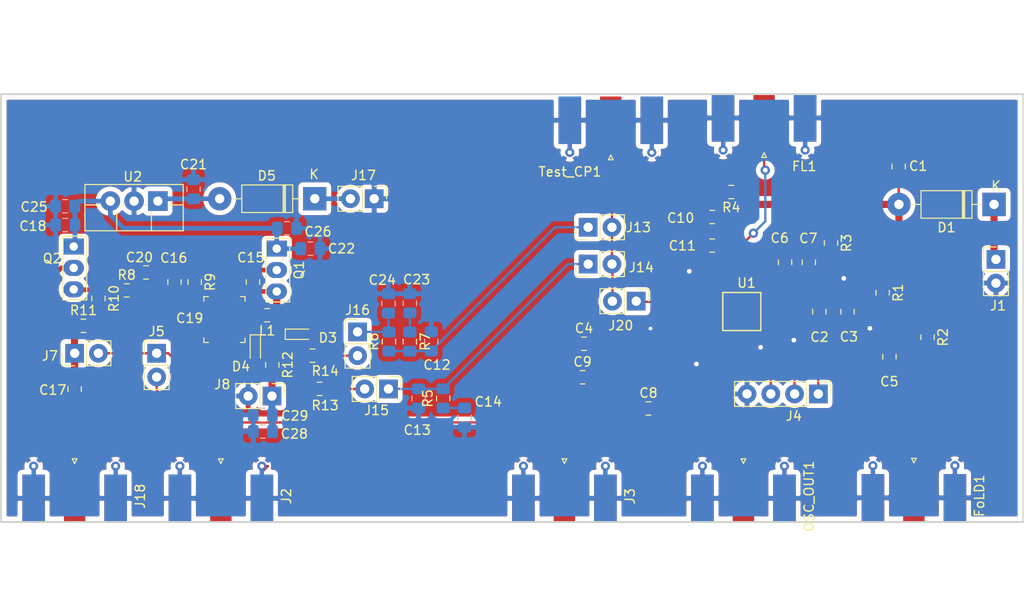
<source format=kicad_pcb>
(kicad_pcb (version 20171130) (host pcbnew "(5.1.5-0-10_14)")
  (layers (0 F.Cu signal) (31 B.Cu signal) (34 B.Paste user) (35 F.Paste user) (36 B.SilkS user) (37 F.SilkS user) (38 B.Mask user) (39 F.Mask user) (44 Edge.Cuts user))
  (net 0 "")
  (net 1 GND)
  (net 2 "Net-(C4-Pad1)")
  (net 3 "Net-(C8-Pad1)")
  (net 4 "Net-(C9-Pad2)")
  (net 5 PLL_Power)
  (net 6 "Net-(C12-Pad2)")
  (net 7 "Net-(C15-Pad1)")
  (net 8 "Net-(C15-Pad2)")
  (net 9 8V)
  (net 10 "Net-(C20-Pad2)")
  (net 11 "Net-(C21-Pad1)")
  (net 12 "Net-(D1-Pad1)")
  (net 13 "Net-(D3-Pad1)")
  (net 14 "Net-(D5-Pad1)")
  (net 15 "Net-(J2-Pad1)")
  (net 16 "Net-(J13-Pad2)")
  (net 17 V_uC)
  (net 18 Vp)
  (net 19 Vcc)
  (net 20 CE)
  (net 21 F_IN)
  (net 22 OSC_IN)
  (net 23 CPo)
  (net 24 LE)
  (net 25 Data)
  (net 26 FL)
  (net 27 FoLD)
  (net 28 OSC_OUT)
  (net 29 Clock)
  (net 30 "Net-(C13-Pad1)")
  (net 31 "Net-(C14-Pad1)")
  (net 32 "Net-(C17-Pad2)")
  (net 33 "Net-(C17-Pad1)")
  (net 34 "Net-(Q2-Pad3)")
  (net 35 "Net-(C23-Pad1)")
  (net 36 "Net-(C24-Pad1)")
  (net 37 "Net-(J15-Pad2)")
  (net 38 "Net-(J16-Pad2)")
  (net 39 "Net-(C28-Pad2)")
  (module Capacitor_SMD:C_0805_2012Metric_Pad1.15x1.40mm_HandSolder (layer B.Cu) (at 106.7308 112.2426)
    (fp_text reference C28 (at 3.3528 0.254) (layer F.SilkS))
    (fp_text value 100pF)
    (pad 2 smd roundrect (at 1.025 0) (size 1.15 1.4) (layers B.Cu B.Paste B.Mask) (roundrect_rratio 0.217391) (net 39 "Net-(C28-Pad2)"))
    (pad 1 smd roundrect (at -1.025 0) (size 1.15 1.4) (layers B.Cu B.Paste B.Mask) (roundrect_rratio 0.217391) (net 1 GND))
  )
  (module Capacitor_SMD:C_0805_2012Metric_Pad1.15x1.40mm_HandSolder (layer B.Cu) (at 106.7218 110.4646)
    (fp_text reference C29 (at 3.4126 0.1016) (layer F.SilkS))
    (fp_text value 100nF)
    (pad 1 smd roundrect (at -1.025 0) (size 1.15 1.4) (layers B.Cu B.Paste B.Mask) (roundrect_rratio 0.217391) (net 1 GND))
    (pad 2 smd roundrect (at 1.025 0) (size 1.15 1.4) (layers B.Cu B.Paste B.Mask) (roundrect_rratio 0.217391) (net 39 "Net-(C28-Pad2)"))
  )
  (module Capacitor_SMD:C_0805_2012Metric_Pad1.15x1.40mm_HandSolder (layer B.Cu) (at 109.2925 90.5383 180)
    (fp_text reference C26 (at -3.3184 -0.3556 180) (layer F.SilkS))
    (fp_text value 100pF)
    (pad 2 smd roundrect (at 1.025 0 180) (size 1.15 1.4) (layers B.Cu B.Paste B.Mask) (roundrect_rratio 0.217391) (net 9 8V))
    (pad 1 smd roundrect (at -1.025 0 180) (size 1.15 1.4) (layers B.Cu B.Paste B.Mask) (roundrect_rratio 0.217391) (net 1 GND))
  )
  (module Capacitor_SMD:C_0805_2012Metric_Pad1.15x1.40mm_HandSolder (layer B.Cu) (at 85.6017 88.1761)
    (fp_text reference C25 (at -3.3184 0.0762) (layer F.SilkS))
    (fp_text value 100pF)
    (pad 1 smd roundrect (at -1.025 0) (size 1.15 1.4) (layers B.Cu B.Paste B.Mask) (roundrect_rratio 0.217391) (net 1 GND))
    (pad 2 smd roundrect (at 1.025 0) (size 1.15 1.4) (layers B.Cu B.Paste B.Mask) (roundrect_rratio 0.217391) (net 9 8V))
  )
  (module Resistor_SMD:R_0805_2012Metric_Pad1.15x1.40mm_HandSolder (layer F.Cu) (at 112.023 104.14 180)
    (fp_text reference R14 (at -1.3626 -1.6383 180) (layer F.SilkS))
    (fp_text value 0k)
    (pad 2 smd roundrect (at 1.025 0 180) (size 1.15 1.4) (layers F.Cu F.Paste F.Mask) (roundrect_rratio 0.217391) (net 13 "Net-(D3-Pad1)"))
    (pad 1 smd roundrect (at -1.025 0 180) (size 1.15 1.4) (layers F.Cu F.Paste F.Mask) (roundrect_rratio 0.217391) (net 38 "Net-(J16-Pad2)"))
  )
  (module Resistor_SMD:R_0805_2012Metric_Pad1.15x1.40mm_HandSolder (layer F.Cu) (at 112.785 107.696)
    (fp_text reference R13 (at 0.5879 1.7653) (layer F.SilkS))
    (fp_text value 0k)
    (pad 1 smd roundrect (at -1.025 0) (size 1.15 1.4) (layers F.Cu F.Paste F.Mask) (roundrect_rratio 0.217391) (net 13 "Net-(D3-Pad1)"))
    (pad 2 smd roundrect (at 1.025 0) (size 1.15 1.4) (layers F.Cu F.Paste F.Mask) (roundrect_rratio 0.217391) (net 37 "Net-(J15-Pad2)"))
  )
  (module Capacitor_SMD:C_0805_2012Metric_Pad1.15x1.40mm_HandSolder (layer B.Cu) (at 120.142 98.561 90)
    (fp_text reference C24 (at 2.4982 -0.6604 180) (layer F.SilkS))
    (fp_text value 220nF)
    (pad 2 smd roundrect (at 1.025 0 90) (size 1.15 1.4) (layers B.Cu B.Paste B.Mask) (roundrect_rratio 0.217391) (net 1 GND))
    (pad 1 smd roundrect (at -1.025 0 90) (size 1.15 1.4) (layers B.Cu B.Paste B.Mask) (roundrect_rratio 0.217391) (net 36 "Net-(C24-Pad1)"))
  )
  (module Capacitor_SMD:C_0805_2012Metric_Pad1.15x1.40mm_HandSolder (layer B.Cu) (at 122.428 98.543 90)
    (fp_text reference C23 (at 2.531 0.7239 180) (layer F.SilkS))
    (fp_text value 80nF)
    (pad 1 smd roundrect (at -1.025 0 90) (size 1.15 1.4) (layers B.Cu B.Paste B.Mask) (roundrect_rratio 0.217391) (net 35 "Net-(C23-Pad1)"))
    (pad 2 smd roundrect (at 1.025 0 90) (size 1.15 1.4) (layers B.Cu B.Paste B.Mask) (roundrect_rratio 0.217391) (net 1 GND))
  )
  (module Capacitor_SMD:C_Trimmer_Murata_TZB4-B (layer F.Cu) (at 102.616 100.282 270)
    (fp_text reference C19 (at -0.1425 3.7084) (layer F.SilkS))
    (fp_text value "TZB4Z100BA10R00 ")
    (pad 1 smd rect (at -3 0 270) (size 2 1.6) (layers F.Cu F.Paste F.Mask) (net 8 "Net-(C15-Pad2)"))
    (pad 2 smd rect (at 3 0 270) (size 2 1.6) (layers F.Cu F.Paste F.Mask) (net 1 GND))
  )
  (module Capacitor_SMD:C_0805_2012Metric_Pad1.15x1.40mm_HandSolder (layer F.Cu) (at 86.614 107.705 270)
    (fp_text reference C17 (at 0.1053 2.3368) (layer F.SilkS))
    (fp_text value 100nF)
    (pad 2 smd roundrect (at 1.025 0 270) (size 1.15 1.4) (layers F.Cu F.Paste F.Mask) (roundrect_rratio 0.217391) (net 32 "Net-(C17-Pad2)"))
    (pad 1 smd roundrect (at -1.025 0 270) (size 1.15 1.4) (layers F.Cu F.Paste F.Mask) (roundrect_rratio 0.217391) (net 33 "Net-(C17-Pad1)"))
  )
  (module Capacitor_SMD:C_0805_2012Metric_Pad1.15x1.40mm_HandSolder (layer B.Cu) (at 128.27 110.753 270)
    (fp_text reference C14 (at -1.6854 -2.5273) (layer F.SilkS))
    (fp_text value C)
    (pad 1 smd roundrect (at -1.025 0 270) (size 1.15 1.4) (layers B.Cu B.Paste B.Mask) (roundrect_rratio 0.217391) (net 31 "Net-(C14-Pad1)"))
    (pad 2 smd roundrect (at 1.025 0 270) (size 1.15 1.4) (layers B.Cu B.Paste B.Mask) (roundrect_rratio 0.217391) (net 1 GND))
  )
  (module Package_TO_SOT_THT:TO-251-3_Vertical (layer F.Cu) (at 86.5124 92.4814 270)
    (fp_text reference Q2 (at 1.2827 2.2987) (layer F.SilkS))
    (fp_text value "2N5486 JFET")
    (pad 3 thru_hole oval (at 4.58 0 270) (size 1.7175 2.2) (drill 0.9) (layers *.Cu *.Mask) (net 34 "Net-(Q2-Pad3)"))
    (pad 2 thru_hole oval (at 2.29 0 270) (size 1.7175 2.2) (drill 0.9) (layers *.Cu *.Mask) (net 33 "Net-(C17-Pad1)"))
    (pad 1 thru_hole rect (at 0 0 270) (size 1.7175 2.2) (drill 0.9) (layers *.Cu *.Mask) (net 9 8V))
  )
  (module Package_TO_SOT_THT:TO-251-3_Vertical (layer F.Cu) (at 108.204 92.706 270)
    (fp_text reference Q1 (at 2.29 -2.39 270) (layer F.SilkS))
    (fp_text value "2N5486 JFET")
    (pad 1 thru_hole rect (at 0 0 270) (size 1.7 2.2) (drill 0.9) (layers *.Cu *.Mask) (net 9 8V))
    (pad 2 thru_hole oval (at 2.29 0 270) (size 1.7 2.2) (drill 0.9) (layers *.Cu *.Mask) (net 7 "Net-(C15-Pad1)"))
    (pad 3 thru_hole oval (at 4.58 0 270) (size 1.7 2.2) (drill 0.9) (layers *.Cu *.Mask) (net 8 "Net-(C15-Pad2)"))
  )
  (module Connector_Coaxial:SMA_Molex_73251-1153_EdgeMount_Horizontal (layer F.Cu) (at 176.276 117.6092 90)
    (fp_text reference FoLD1 (at -1.5 7 90) (layer F.SilkS))
    (fp_text value Conn_Coaxial)
    (pad 2 smd rect (at 1.27 4.38 90) (size 0.95 0.46) (layers B.Cu) (net 1 GND))
    (pad 2 smd rect (at 1.27 -4.38 90) (size 0.95 0.46) (layers B.Cu) (net 1 GND))
    (pad 2 smd rect (at 1.27 4.38 90) (size 0.95 0.46) (layers F.Cu) (net 1 GND))
    (pad 2 smd rect (at 1.27 -4.38 90) (size 0.95 0.46) (layers F.Cu) (net 1 GND))
    (pad 2 thru_hole circle (at 1.72 4.38 90) (size 0.97 0.97) (drill 0.46) (layers *.Cu) (net 1 GND))
    (pad 2 thru_hole circle (at 1.72 -4.38 90) (size 0.97 0.97) (drill 0.46) (layers *.Cu) (net 1 GND))
    (pad 2 smd rect (at -1.72 4.38 90) (size 5.08 2.42) (layers B.Cu B.Paste B.Mask) (net 1 GND))
    (pad 2 smd rect (at -1.72 -4.38 90) (size 5.08 2.42) (layers B.Cu B.Paste B.Mask) (net 1 GND))
    (pad 2 smd rect (at -1.72 4.38 90) (size 5.08 2.42) (layers F.Cu F.Paste F.Mask) (net 1 GND))
    (pad 2 smd rect (at -1.72 -4.38 90) (size 5.08 2.42) (layers F.Cu F.Paste F.Mask) (net 1 GND))
    (pad 1 smd rect (at -1.72 0 90) (size 5.08 2.29) (layers F.Cu F.Paste F.Mask) (net 27 FoLD))
  )
  (module Connector_Coaxial:SMA_Molex_73251-1153_EdgeMount_Horizontal (layer F.Cu) (at 160.274 80.46 270)
    (fp_text reference FL1 (at 3.45652 -4.28244) (layer F.SilkS))
    (fp_text value Conn_Coaxial)
    (pad 1 smd rect (at -1.72 0 270) (size 5.08 2.29) (layers F.Cu F.Paste F.Mask) (net 26 FL))
    (pad 2 smd rect (at -1.72 -4.38 270) (size 5.08 2.42) (layers F.Cu F.Paste F.Mask) (net 1 GND))
    (pad 2 smd rect (at -1.72 4.38 270) (size 5.08 2.42) (layers F.Cu F.Paste F.Mask) (net 1 GND))
    (pad 2 smd rect (at -1.72 -4.38 270) (size 5.08 2.42) (layers B.Cu B.Paste B.Mask) (net 1 GND))
    (pad 2 smd rect (at -1.72 4.38 270) (size 5.08 2.42) (layers B.Cu B.Paste B.Mask) (net 1 GND))
    (pad 2 thru_hole circle (at 1.72 -4.38 270) (size 0.97 0.97) (drill 0.46) (layers *.Cu) (net 1 GND))
    (pad 2 thru_hole circle (at 1.72 4.38 270) (size 0.97 0.97) (drill 0.46) (layers *.Cu) (net 1 GND))
    (pad 2 smd rect (at 1.27 -4.38 270) (size 0.95 0.46) (layers F.Cu) (net 1 GND))
    (pad 2 smd rect (at 1.27 4.38 270) (size 0.95 0.46) (layers F.Cu) (net 1 GND))
    (pad 2 smd rect (at 1.27 -4.38 270) (size 0.95 0.46) (layers B.Cu) (net 1 GND))
    (pad 2 smd rect (at 1.27 4.38 270) (size 0.95 0.46) (layers B.Cu) (net 1 GND))
  )
  (module Connector_Coaxial:SMA_Molex_73251-1153_EdgeMount_Horizontal (layer F.Cu) (at 143.891 80.714 270)
    (fp_text reference Test_CP1 (at 3.78672 4.35356) (layer F.SilkS))
    (fp_text value Conn_Coaxial)
    (pad 2 smd rect (at 1.27 4.38 270) (size 0.95 0.46) (layers B.Cu) (net 1 GND))
    (pad 2 smd rect (at 1.27 -4.38 270) (size 0.95 0.46) (layers B.Cu) (net 1 GND))
    (pad 2 smd rect (at 1.27 4.38 270) (size 0.95 0.46) (layers F.Cu) (net 1 GND))
    (pad 2 smd rect (at 1.27 -4.38 270) (size 0.95 0.46) (layers F.Cu) (net 1 GND))
    (pad 2 thru_hole circle (at 1.72 4.38 270) (size 0.97 0.97) (drill 0.46) (layers *.Cu) (net 1 GND))
    (pad 2 thru_hole circle (at 1.72 -4.38 270) (size 0.97 0.97) (drill 0.46) (layers *.Cu) (net 1 GND))
    (pad 2 smd rect (at -1.72 4.38 270) (size 5.08 2.42) (layers B.Cu B.Paste B.Mask) (net 1 GND))
    (pad 2 smd rect (at -1.72 -4.38 270) (size 5.08 2.42) (layers B.Cu B.Paste B.Mask) (net 1 GND))
    (pad 2 smd rect (at -1.72 4.38 270) (size 5.08 2.42) (layers F.Cu F.Paste F.Mask) (net 1 GND))
    (pad 2 smd rect (at -1.72 -4.38 270) (size 5.08 2.42) (layers F.Cu F.Paste F.Mask) (net 1 GND))
    (pad 1 smd rect (at -1.72 0 270) (size 5.08 2.29) (layers F.Cu F.Paste F.Mask) (net 16 "Net-(J13-Pad2)"))
  )
  (module Connector_Coaxial:SMA_Molex_73251-1153_EdgeMount_Horizontal (layer F.Cu) (at 158.0642 117.66 90)
    (fp_text reference OSC_OUT1 (at -1.5 7 90) (layer F.SilkS))
    (fp_text value Conn_Coaxial)
    (pad 1 smd rect (at -1.72 0 90) (size 5.08 2.29) (layers F.Cu F.Paste F.Mask) (net 28 OSC_OUT))
    (pad 2 smd rect (at -1.72 -4.38 90) (size 5.08 2.42) (layers F.Cu F.Paste F.Mask) (net 1 GND))
    (pad 2 smd rect (at -1.72 4.38 90) (size 5.08 2.42) (layers F.Cu F.Paste F.Mask) (net 1 GND))
    (pad 2 smd rect (at -1.72 -4.38 90) (size 5.08 2.42) (layers B.Cu B.Paste B.Mask) (net 1 GND))
    (pad 2 smd rect (at -1.72 4.38 90) (size 5.08 2.42) (layers B.Cu B.Paste B.Mask) (net 1 GND))
    (pad 2 thru_hole circle (at 1.72 -4.38 90) (size 0.97 0.97) (drill 0.46) (layers *.Cu) (net 1 GND))
    (pad 2 thru_hole circle (at 1.72 4.38 90) (size 0.97 0.97) (drill 0.46) (layers *.Cu) (net 1 GND))
    (pad 2 smd rect (at 1.27 -4.38 90) (size 0.95 0.46) (layers F.Cu) (net 1 GND))
    (pad 2 smd rect (at 1.27 4.38 90) (size 0.95 0.46) (layers F.Cu) (net 1 GND))
    (pad 2 smd rect (at 1.27 -4.38 90) (size 0.95 0.46) (layers B.Cu) (net 1 GND))
    (pad 2 smd rect (at 1.27 4.38 90) (size 0.95 0.46) (layers B.Cu) (net 1 GND))
  )
  (module Capacitor_SMD:C_0805_2012Metric_Pad1.15x1.40mm_HandSolder (layer F.Cu) (at 174.6504 83.9306 270)
    (fp_text reference C1 (at -0.04456 -2.0828) (layer F.SilkS))
    (fp_text value C)
    (pad 1 smd roundrect (at -1.025 0 270) (size 1.15 1.4) (layers F.Cu F.Paste F.Mask) (roundrect_rratio 0.217391) (net 1 GND))
    (pad 2 smd roundrect (at 1.025 0 270) (size 1.15 1.4) (layers F.Cu F.Paste F.Mask) (roundrect_rratio 0.217391) (net 5 PLL_Power))
  )
  (module Capacitor_SMD:C_0805_2012Metric_Pad1.15x1.40mm_HandSolder (layer F.Cu) (at 166.1668 99.45 90)
    (fp_text reference C2 (at -2.7088 0.02032 180) (layer F.SilkS))
    (fp_text value 100nF)
    (pad 1 smd roundrect (at -1.025 0 90) (size 1.15 1.4) (layers F.Cu F.Paste F.Mask) (roundrect_rratio 0.217391) (net 1 GND))
    (pad 2 smd roundrect (at 1.025 0 90) (size 1.15 1.4) (layers F.Cu F.Paste F.Mask) (roundrect_rratio 0.217391) (net 17 V_uC))
  )
  (module Capacitor_SMD:C_0805_2012Metric_Pad1.15x1.40mm_HandSolder (layer F.Cu) (at 169.1894 99.45 90)
    (fp_text reference C3 (at -2.67324 0.14224 180) (layer F.SilkS))
    (fp_text value 100pF)
    (pad 2 smd roundrect (at 1.025 0 90) (size 1.15 1.4) (layers F.Cu F.Paste F.Mask) (roundrect_rratio 0.217391) (net 17 V_uC))
    (pad 1 smd roundrect (at -1.025 0 90) (size 1.15 1.4) (layers F.Cu F.Paste F.Mask) (roundrect_rratio 0.217391) (net 1 GND))
  )
  (module Capacitor_SMD:C_0805_2012Metric_Pad1.15x1.40mm_HandSolder (layer F.Cu) (at 141.0298 102.87)
    (fp_text reference C4 (at 0 -1.65) (layer F.SilkS))
    (fp_text value 1000pF)
    (pad 2 smd roundrect (at 1.025 0) (size 1.15 1.4) (layers F.Cu F.Paste F.Mask) (roundrect_rratio 0.217391) (net 21 F_IN))
    (pad 1 smd roundrect (at -1.025 0) (size 1.15 1.4) (layers F.Cu F.Paste F.Mask) (roundrect_rratio 0.217391) (net 2 "Net-(C4-Pad1)"))
  )
  (module Capacitor_SMD:C_0805_2012Metric_Pad1.15x1.40mm_HandSolder (layer F.Cu) (at 173.6598 104.2506 90)
    (fp_text reference C5 (at -2.66308 -0.00508 180) (layer F.SilkS))
    (fp_text value 100nF)
    (pad 2 smd roundrect (at 1.025 0 90) (size 1.15 1.4) (layers F.Cu F.Paste F.Mask) (roundrect_rratio 0.217391) (net 20 CE))
    (pad 1 smd roundrect (at -1.025 0 90) (size 1.15 1.4) (layers F.Cu F.Paste F.Mask) (roundrect_rratio 0.217391) (net 1 GND))
  )
  (module Capacitor_SMD:C_0805_2012Metric_Pad1.15x1.40mm_HandSolder (layer F.Cu) (at 162.5092 94.1668 90)
    (fp_text reference C6 (at 2.5871 -0.5715 180) (layer F.SilkS))
    (fp_text value 100nF)
    (pad 1 smd roundrect (at -1.025 0 90) (size 1.15 1.4) (layers F.Cu F.Paste F.Mask) (roundrect_rratio 0.217391) (net 1 GND))
    (pad 2 smd roundrect (at 1.025 0 90) (size 1.15 1.4) (layers F.Cu F.Paste F.Mask) (roundrect_rratio 0.217391) (net 19 Vcc))
  )
  (module Capacitor_SMD:C_0805_2012Metric_Pad1.15x1.40mm_HandSolder (layer F.Cu) (at 165.0492 94.1668 90)
    (fp_text reference C7 (at 2.5617 -0.0508 180) (layer F.SilkS))
    (fp_text value 100pF)
    (pad 1 smd roundrect (at -1.025 0 90) (size 1.15 1.4) (layers F.Cu F.Paste F.Mask) (roundrect_rratio 0.217391) (net 1 GND))
    (pad 2 smd roundrect (at 1.025 0 90) (size 1.15 1.4) (layers F.Cu F.Paste F.Mask) (roundrect_rratio 0.217391) (net 19 Vcc))
  )
  (module Capacitor_SMD:C_0805_2012Metric_Pad1.15x1.40mm_HandSolder (layer F.Cu) (at 147.9206 109.7788)
    (fp_text reference C8 (at 0 -1.65) (layer F.SilkS))
    (fp_text value 1000pF)
    (pad 2 smd roundrect (at 1.025 0) (size 1.15 1.4) (layers F.Cu F.Paste F.Mask) (roundrect_rratio 0.217391) (net 22 OSC_IN))
    (pad 1 smd roundrect (at -1.025 0) (size 1.15 1.4) (layers F.Cu F.Paste F.Mask) (roundrect_rratio 0.217391) (net 3 "Net-(C8-Pad1)"))
  )
  (module Capacitor_SMD:C_0805_2012Metric_Pad1.15x1.40mm_HandSolder (layer F.Cu) (at 140.8774 106.4514)
    (fp_text reference C9 (at 0 -1.65) (layer F.SilkS))
    (fp_text value 100nF)
    (pad 2 smd roundrect (at 1.025 0) (size 1.15 1.4) (layers F.Cu F.Paste F.Mask) (roundrect_rratio 0.217391) (net 4 "Net-(C9-Pad2)"))
    (pad 1 smd roundrect (at -1.025 0) (size 1.15 1.4) (layers F.Cu F.Paste F.Mask) (roundrect_rratio 0.217391) (net 1 GND))
  )
  (module Capacitor_SMD:C_0805_2012Metric_Pad1.15x1.40mm_HandSolder (layer F.Cu) (at 154.7278 89.3318)
    (fp_text reference C10 (at -3.3692 0.1016) (layer F.SilkS))
    (fp_text value 100nF)
    (pad 2 smd roundrect (at 1.025 0) (size 1.15 1.4) (layers F.Cu F.Paste F.Mask) (roundrect_rratio 0.217391) (net 18 Vp))
    (pad 1 smd roundrect (at -1.025 0) (size 1.15 1.4) (layers F.Cu F.Paste F.Mask) (roundrect_rratio 0.217391) (net 1 GND))
  )
  (module Capacitor_SMD:C_0805_2012Metric_Pad1.15x1.40mm_HandSolder (layer F.Cu) (at 154.7278 92.3798)
    (fp_text reference C11 (at -3.1914 0.0127) (layer F.SilkS))
    (fp_text value 100pF)
    (pad 1 smd roundrect (at -1.025 0) (size 1.15 1.4) (layers F.Cu F.Paste F.Mask) (roundrect_rratio 0.217391) (net 1 GND))
    (pad 2 smd roundrect (at 1.025 0) (size 1.15 1.4) (layers F.Cu F.Paste F.Mask) (roundrect_rratio 0.217391) (net 18 Vp))
  )
  (module Capacitor_SMD:C_0805_2012Metric_Pad1.15x1.40mm_HandSolder (layer B.Cu) (at 124.714 102.625 270)
    (fp_text reference C12 (at 2.5056 -0.6096) (layer F.SilkS))
    (fp_text value 12nF)
    (pad 2 smd roundrect (at 1.025 0 270) (size 1.15 1.4) (layers B.Cu B.Paste B.Mask) (roundrect_rratio 0.217391) (net 6 "Net-(C12-Pad2)"))
    (pad 1 smd roundrect (at -1.025 0 270) (size 1.15 1.4) (layers B.Cu B.Paste B.Mask) (roundrect_rratio 0.217391) (net 1 GND))
  )
  (module Capacitor_SMD:C_0805_2012Metric_Pad1.15x1.40mm_HandSolder (layer B.Cu) (at 123.3551 108.7083 270)
    (fp_text reference C13 (at 3.3819 0.1397) (layer F.SilkS))
    (fp_text value C)
    (pad 2 smd roundrect (at 1.025 0 270) (size 1.15 1.4) (layers B.Cu B.Paste B.Mask) (roundrect_rratio 0.217391) (net 1 GND))
    (pad 1 smd roundrect (at -1.025 0 270) (size 1.15 1.4) (layers B.Cu B.Paste B.Mask) (roundrect_rratio 0.217391) (net 30 "Net-(C13-Pad1)"))
  )
  (module Capacitor_SMD:C_0805_2012Metric_Pad1.15x1.40mm_HandSolder (layer F.Cu) (at 105.664 96.275 270)
    (fp_text reference C15 (at -2.6125 0.2286) (layer F.SilkS))
    (fp_text value 47pF)
    (pad 1 smd roundrect (at -1.025 0 270) (size 1.15 1.4) (layers F.Cu F.Paste F.Mask) (roundrect_rratio 0.217391) (net 7 "Net-(C15-Pad1)"))
    (pad 2 smd roundrect (at 1.025 0 270) (size 1.15 1.4) (layers F.Cu F.Paste F.Mask) (roundrect_rratio 0.217391) (net 8 "Net-(C15-Pad2)"))
  )
  (module Capacitor_SMD:C_0805_2012Metric_Pad1.15x1.40mm_HandSolder (layer F.Cu) (at 97.282 96.275 90)
    (fp_text reference C16 (at 2.5744 -0.0762 180) (layer F.SilkS))
    (fp_text value 100pF)
    (pad 2 smd roundrect (at 1.025 0 90) (size 1.15 1.4) (layers F.Cu F.Paste F.Mask) (roundrect_rratio 0.217391) (net 7 "Net-(C15-Pad1)"))
    (pad 1 smd roundrect (at -1.025 0 90) (size 1.15 1.4) (layers F.Cu F.Paste F.Mask) (roundrect_rratio 0.217391) (net 1 GND))
  )
  (module Capacitor_SMD:C_0805_2012Metric_Pad1.15x1.40mm_HandSolder (layer B.Cu) (at 85.6197 90.1827)
    (fp_text reference C18 (at -3.4634 0.1143) (layer F.SilkS))
    (fp_text value 100nF)
    (pad 1 smd roundrect (at -1.025 0) (size 1.15 1.4) (layers B.Cu B.Paste B.Mask) (roundrect_rratio 0.217391) (net 1 GND))
    (pad 2 smd roundrect (at 1.025 0) (size 1.15 1.4) (layers B.Cu B.Paste B.Mask) (roundrect_rratio 0.217391) (net 9 8V))
  )
  (module Capacitor_SMD:C_0805_2012Metric_Pad1.15x1.40mm_HandSolder (layer F.Cu) (at 94.243 95.25 180)
    (fp_text reference C20 (at 0.7075 1.6129 180) (layer F.SilkS))
    (fp_text value 10pF)
    (pad 1 smd roundrect (at -1.025 0 180) (size 1.15 1.4) (layers F.Cu F.Paste F.Mask) (roundrect_rratio 0.217391) (net 7 "Net-(C15-Pad1)"))
    (pad 2 smd roundrect (at 1.025 0 180) (size 1.15 1.4) (layers F.Cu F.Paste F.Mask) (roundrect_rratio 0.217391) (net 10 "Net-(C20-Pad2)"))
  )
  (module Capacitor_SMD:C_0805_2012Metric_Pad1.15x1.40mm_HandSolder (layer B.Cu) (at 99.314 86.36 90)
    (fp_text reference C21 (at 2.6416 0) (layer F.SilkS))
    (fp_text value 100nF)
    (pad 1 smd roundrect (at -1.025 0 90) (size 1.15 1.4) (layers B.Cu B.Paste B.Mask) (roundrect_rratio 0.217391) (net 11 "Net-(C21-Pad1)"))
    (pad 2 smd roundrect (at 1.025 0 90) (size 1.15 1.4) (layers B.Cu B.Paste B.Mask) (roundrect_rratio 0.217391) (net 1 GND))
  )
  (module Capacitor_SMD:C_0805_2012Metric_Pad1.15x1.40mm_HandSolder (layer B.Cu) (at 111.8071 92.71 180)
    (fp_text reference C22 (at -3.3184 0 180) (layer F.SilkS))
    (fp_text value 100nF)
    (pad 1 smd roundrect (at -1.025 0 180) (size 1.15 1.4) (layers B.Cu B.Paste B.Mask) (roundrect_rratio 0.217391) (net 1 GND))
    (pad 2 smd roundrect (at 1.025 0 180) (size 1.15 1.4) (layers B.Cu B.Paste B.Mask) (roundrect_rratio 0.217391) (net 9 8V))
  )
  (module Diode_THT:D_DO-41_SOD81_P10.16mm_Horizontal (layer F.Cu) (at 184.8358 87.9856 180)
    (fp_text reference D1 (at 5.08 -2.47 180) (layer F.SilkS))
    (fp_text value DIODE)
    (fp_text user K (at -0.21336 1.9812 180) (layer F.SilkS))
    (pad 1 thru_hole rect (at 0 0 180) (size 2.5 2.5) (drill 1) (layers *.Cu *.Mask) (net 12 "Net-(D1-Pad1)"))
    (pad 2 thru_hole oval (at 10.16 0 180) (size 2.5 2.5) (drill 1) (layers *.Cu *.Mask) (net 5 PLL_Power))
  )
  (module Diode_SMD:D_SC-80_HandSoldering (layer F.Cu) (at 110.914 101.854)
    (fp_text reference D3 (at 2.751 0.381) (layer F.SilkS))
    (fp_text value 1SV232)
    (pad 1 smd rect (at -1.1 0) (size 1.1 0.6) (layers F.Cu F.Paste F.Mask) (net 13 "Net-(D3-Pad1)"))
    (pad 2 smd rect (at 1.1 0) (size 1.1 0.6) (layers F.Cu F.Paste F.Mask) (net 8 "Net-(C15-Pad2)"))
  )
  (module Diode_SMD:D_SC-80_HandSoldering (layer F.Cu) (at 105.918 103.716 270)
    (fp_text reference D4 (at 1.5797 1.5367) (layer F.SilkS))
    (fp_text value 1SV232)
    (pad 2 smd rect (at 1.1 0 270) (size 1.1 0.6) (layers F.Cu F.Paste F.Mask) (net 1 GND))
    (pad 1 smd rect (at -1.1 0 270) (size 1.1 0.6) (layers F.Cu F.Paste F.Mask) (net 13 "Net-(D3-Pad1)"))
  )
  (module Diode_THT:D_DO-41_SOD81_P10.16mm_Horizontal (layer F.Cu) (at 112.268 87.376 180)
    (fp_text reference D5 (at 5.1308 2.4511 180) (layer F.SilkS))
    (fp_text value DIODE)
    (fp_text user K (at 0.0762 2.6035 180) (layer F.SilkS))
    (pad 2 thru_hole oval (at 10.16 0 180) (size 2.5 2.5) (drill 1) (layers *.Cu *.Mask) (net 11 "Net-(C21-Pad1)"))
    (pad 1 thru_hole rect (at 0 0 180) (size 2.5 2.5) (drill 1) (layers *.Cu *.Mask) (net 14 "Net-(D5-Pad1)"))
  )
  (module Connector_PinHeader_2.54mm:PinHeader_1x02_P2.54mm_Vertical (layer F.Cu) (at 185.039 93.853)
    (fp_text reference J1 (at 0.2286 4.94792) (layer F.SilkS))
    (fp_text value Conn_01x02_Male)
    (pad 2 thru_hole oval (at 0 2.54) (size 2 2) (drill 1) (layers *.Cu *.Mask) (net 1 GND))
    (pad 1 thru_hole rect (at 0 0) (size 2 2) (drill 1) (layers *.Cu *.Mask) (net 12 "Net-(D1-Pad1)"))
  )
  (module Connector_Coaxial:SMA_Molex_73251-1153_EdgeMount_Horizontal (layer F.Cu) (at 102.235 117.66 90)
    (fp_text reference J2 (at -1.5 7 90) (layer F.SilkS))
    (fp_text value Conn_Coaxial)
    (pad 2 smd rect (at 1.27 4.38 90) (size 0.95 0.46) (layers B.Cu) (net 1 GND))
    (pad 2 smd rect (at 1.27 -4.38 90) (size 0.95 0.46) (layers B.Cu) (net 1 GND))
    (pad 2 smd rect (at 1.27 4.38 90) (size 0.95 0.46) (layers F.Cu) (net 1 GND))
    (pad 2 smd rect (at 1.27 -4.38 90) (size 0.95 0.46) (layers F.Cu) (net 1 GND))
    (pad 2 thru_hole circle (at 1.72 4.38 90) (size 0.97 0.97) (drill 0.46) (layers *.Cu) (net 1 GND))
    (pad 2 thru_hole circle (at 1.72 -4.38 90) (size 0.97 0.97) (drill 0.46) (layers *.Cu) (net 1 GND))
    (pad 2 smd rect (at -1.72 4.38 90) (size 5.08 2.42) (layers B.Cu B.Paste B.Mask) (net 1 GND))
    (pad 2 smd rect (at -1.72 -4.38 90) (size 5.08 2.42) (layers B.Cu B.Paste B.Mask) (net 1 GND))
    (pad 2 smd rect (at -1.72 4.38 90) (size 5.08 2.42) (layers F.Cu F.Paste F.Mask) (net 1 GND))
    (pad 2 smd rect (at -1.72 -4.38 90) (size 5.08 2.42) (layers F.Cu F.Paste F.Mask) (net 1 GND))
    (pad 1 smd rect (at -1.72 0 90) (size 5.08 2.29) (layers F.Cu F.Paste F.Mask) (net 15 "Net-(J2-Pad1)"))
  )
  (module Connector_Coaxial:SMA_Molex_73251-1153_EdgeMount_Horizontal (layer F.Cu) (at 138.938 117.66 90)
    (fp_text reference J3 (at -1.5 7 90) (layer F.SilkS))
    (fp_text value Conn_Coaxial)
    (pad 1 smd rect (at -1.72 0 90) (size 5.08 2.29) (layers F.Cu F.Paste F.Mask) (net 3 "Net-(C8-Pad1)"))
    (pad 2 smd rect (at -1.72 -4.38 90) (size 5.08 2.42) (layers F.Cu F.Paste F.Mask) (net 1 GND))
    (pad 2 smd rect (at -1.72 4.38 90) (size 5.08 2.42) (layers F.Cu F.Paste F.Mask) (net 1 GND))
    (pad 2 smd rect (at -1.72 -4.38 90) (size 5.08 2.42) (layers B.Cu B.Paste B.Mask) (net 1 GND))
    (pad 2 smd rect (at -1.72 4.38 90) (size 5.08 2.42) (layers B.Cu B.Paste B.Mask) (net 1 GND))
    (pad 2 thru_hole circle (at 1.72 -4.38 90) (size 0.97 0.97) (drill 0.46) (layers *.Cu) (net 1 GND))
    (pad 2 thru_hole circle (at 1.72 4.38 90) (size 0.97 0.97) (drill 0.46) (layers *.Cu) (net 1 GND))
    (pad 2 smd rect (at 1.27 -4.38 90) (size 0.95 0.46) (layers F.Cu) (net 1 GND))
    (pad 2 smd rect (at 1.27 4.38 90) (size 0.95 0.46) (layers F.Cu) (net 1 GND))
    (pad 2 smd rect (at 1.27 -4.38 90) (size 0.95 0.46) (layers B.Cu) (net 1 GND))
    (pad 2 smd rect (at 1.27 4.38 90) (size 0.95 0.46) (layers B.Cu) (net 1 GND))
  )
  (module Connector_PinHeader_2.54mm:PinHeader_1x04_P2.54mm_Vertical (layer F.Cu) (at 166.0652 108.2294 270)
    (fp_text reference J4 (at 2.3622 2.62128) (layer F.SilkS))
    (fp_text value Conn_01x04_Male)
    (pad 1 thru_hole rect (at 0 0 270) (size 2 2) (drill 1) (layers *.Cu *.Mask) (net 24 LE))
    (pad 2 thru_hole oval (at 0 2.54 270) (size 2 2) (drill 1) (layers *.Cu *.Mask) (net 25 Data))
    (pad 3 thru_hole oval (at 0 5.08 270) (size 2 2) (drill 1) (layers *.Cu *.Mask) (net 29 Clock))
    (pad 4 thru_hole oval (at 0 7.62 270) (size 2 2) (drill 1) (layers *.Cu *.Mask) (net 1 GND))
  )
  (module Connector_PinHeader_2.54mm:PinHeader_1x02_P2.54mm_Vertical (layer F.Cu) (at 95.377 103.886)
    (fp_text reference J5 (at 0 -2.33) (layer F.SilkS))
    (fp_text value Conn_01x02_Male)
    (pad 1 thru_hole rect (at 0 0) (size 2 2) (drill 1) (layers *.Cu *.Mask) (net 2 "Net-(C4-Pad1)"))
    (pad 2 thru_hole oval (at 0 2.54) (size 2 2) (drill 1) (layers *.Cu *.Mask) (net 15 "Net-(J2-Pad1)"))
  )
  (module Connector_PinHeader_2.54mm:PinHeader_1x02_P2.54mm_Vertical (layer F.Cu) (at 86.614 103.886 90)
    (fp_text reference J7 (at -0.2794 -2.6416 180) (layer F.SilkS))
    (fp_text value Conn_01x02_Male)
    (pad 2 thru_hole oval (at 0 2.54 90) (size 2 2) (drill 1) (layers *.Cu *.Mask) (net 2 "Net-(C4-Pad1)"))
    (pad 1 thru_hole rect (at 0 0 90) (size 2 2) (drill 1) (layers *.Cu *.Mask) (net 33 "Net-(C17-Pad1)"))
  )
  (module Connector_PinHeader_2.54mm:PinHeader_1x02_P2.54mm_Vertical (layer F.Cu) (at 107.696 108.458 270)
    (fp_text reference J8 (at -1.2446 5.3086) (layer F.SilkS))
    (fp_text value Conn_01x02_Male)
    (pad 1 thru_hole rect (at 0 0 270) (size 2 2) (drill 1) (layers *.Cu *.Mask) (net 39 "Net-(C28-Pad2)"))
    (pad 2 thru_hole oval (at 0 2.54 270) (size 2 2) (drill 1) (layers *.Cu *.Mask) (net 1 GND))
  )
  (module Connector_PinHeader_2.54mm:PinHeader_1x02_P2.54mm_Vertical (layer F.Cu) (at 141.478 90.424 90)
    (fp_text reference J13 (at -0.02032 5.37464 180) (layer F.SilkS))
    (fp_text value Conn_01x02_Male)
    (pad 2 thru_hole oval (at 0 2.54 90) (size 2 2) (drill 1) (layers *.Cu *.Mask) (net 16 "Net-(J13-Pad2)"))
    (pad 1 thru_hole rect (at 0 0 90) (size 2 2) (drill 1) (layers *.Cu *.Mask) (net 6 "Net-(C12-Pad2)"))
  )
  (module Connector_PinHeader_2.54mm:PinHeader_1x02_P2.54mm_Vertical (layer F.Cu) (at 141.478 94.361 90)
    (fp_text reference J14 (at -0.3556 5.68452 180) (layer F.SilkS))
    (fp_text value Conn_01x02_Male)
    (pad 1 thru_hole rect (at 0 0 90) (size 2 2) (drill 1) (layers *.Cu *.Mask) (net 30 "Net-(C13-Pad1)"))
    (pad 2 thru_hole oval (at 0 2.54 90) (size 2 2) (drill 1) (layers *.Cu *.Mask) (net 16 "Net-(J13-Pad2)"))
  )
  (module Connector_PinHeader_2.54mm:PinHeader_1x02_P2.54mm_Vertical (layer F.Cu) (at 120.142 107.696 270)
    (fp_text reference J15 (at 2.286 1.27) (layer F.SilkS))
    (fp_text value Conn_01x02_Male)
    (pad 2 thru_hole oval (at 0 2.54 270) (size 2 2) (drill 1) (layers *.Cu *.Mask) (net 37 "Net-(J15-Pad2)"))
    (pad 1 thru_hole rect (at 0 0 270) (size 2 2) (drill 1) (layers *.Cu *.Mask) (net 30 "Net-(C13-Pad1)"))
  )
  (module Connector_PinHeader_2.54mm:PinHeader_1x02_P2.54mm_Vertical (layer F.Cu) (at 116.84 101.6)
    (fp_text reference J16 (at 0 -2.33) (layer F.SilkS))
    (fp_text value Conn_01x02_Male)
    (pad 1 thru_hole rect (at 0 0) (size 2 2) (drill 1) (layers *.Cu *.Mask) (net 36 "Net-(C24-Pad1)"))
    (pad 2 thru_hole oval (at 0 2.54) (size 2 2) (drill 1) (layers *.Cu *.Mask) (net 38 "Net-(J16-Pad2)"))
  )
  (module Connector_PinHeader_2.54mm:PinHeader_1x02_P2.54mm_Vertical (layer F.Cu) (at 118.618 87.376 270)
    (fp_text reference J17 (at -2.5019 1.143) (layer F.SilkS))
    (fp_text value Conn_01x02_Male)
    (pad 1 thru_hole rect (at 0 0 270) (size 2 2) (drill 1) (layers *.Cu *.Mask) (net 1 GND))
    (pad 2 thru_hole oval (at 0 2.54 270) (size 2 2) (drill 1) (layers *.Cu *.Mask) (net 14 "Net-(D5-Pad1)"))
  )
  (module Connector_Coaxial:SMA_Molex_73251-1153_EdgeMount_Horizontal (layer F.Cu) (at 86.614 117.66 90)
    (fp_text reference J18 (at -1.5 7 90) (layer F.SilkS))
    (fp_text value Conn_Coaxial)
    (pad 1 smd rect (at -1.72 0 90) (size 5.08 2.29) (layers F.Cu F.Paste F.Mask) (net 32 "Net-(C17-Pad2)"))
    (pad 2 smd rect (at -1.72 -4.38 90) (size 5.08 2.42) (layers F.Cu F.Paste F.Mask) (net 1 GND))
    (pad 2 smd rect (at -1.72 4.38 90) (size 5.08 2.42) (layers F.Cu F.Paste F.Mask) (net 1 GND))
    (pad 2 smd rect (at -1.72 -4.38 90) (size 5.08 2.42) (layers B.Cu B.Paste B.Mask) (net 1 GND))
    (pad 2 smd rect (at -1.72 4.38 90) (size 5.08 2.42) (layers B.Cu B.Paste B.Mask) (net 1 GND))
    (pad 2 thru_hole circle (at 1.72 -4.38 90) (size 0.97 0.97) (drill 0.46) (layers *.Cu) (net 1 GND))
    (pad 2 thru_hole circle (at 1.72 4.38 90) (size 0.97 0.97) (drill 0.46) (layers *.Cu) (net 1 GND))
    (pad 2 smd rect (at 1.27 -4.38 90) (size 0.95 0.46) (layers F.Cu) (net 1 GND))
    (pad 2 smd rect (at 1.27 4.38 90) (size 0.95 0.46) (layers F.Cu) (net 1 GND))
    (pad 2 smd rect (at 1.27 -4.38 90) (size 0.95 0.46) (layers B.Cu) (net 1 GND))
    (pad 2 smd rect (at 1.27 4.38 90) (size 0.95 0.46) (layers B.Cu) (net 1 GND))
  )
  (module Connector_PinHeader_2.54mm:PinHeader_1x02_P2.54mm_Vertical (layer F.Cu) (at 146.6088 98.3234 270)
    (fp_text reference J20 (at 2.60096 1.64592) (layer F.SilkS))
    (fp_text value Conn_01x02_Male)
    (pad 2 thru_hole oval (at 0 2.54 270) (size 2 2) (drill 1) (layers *.Cu *.Mask) (net 16 "Net-(J13-Pad2)"))
    (pad 1 thru_hole rect (at 0 0 270) (size 2 2) (drill 1) (layers *.Cu *.Mask) (net 23 CPo))
  )
  (module Inductor_SMD:L_0805_2012Metric_Pad1.15x1.40mm_HandSolder (layer F.Cu) (at 107.179 99.822 180)
    (fp_text reference L1 (at 0 -1.65 180) (layer F.SilkS))
    (fp_text value 680nH)
    (pad 2 smd roundrect (at 1.025 0 180) (size 1.15 1.4) (layers F.Cu F.Paste F.Mask) (roundrect_rratio 0.217391) (net 1 GND))
    (pad 1 smd roundrect (at -1.025 0 180) (size 1.15 1.4) (layers F.Cu F.Paste F.Mask) (roundrect_rratio 0.217391) (net 8 "Net-(C15-Pad2)"))
  )
  (module Package_TO_SOT_THT:TO-220F-3_Vertical (layer F.Cu) (at 95.504 87.63 180)
    (fp_text reference U2 (at 2.6797 2.6035 180) (layer F.SilkS))
    (fp_text value L7808)
    (pad 1 thru_hole rect (at 0 0 180) (size 2.1 2.1) (drill 1) (layers *.Cu *.Mask) (net 11 "Net-(C21-Pad1)"))
    (pad 2 thru_hole oval (at 2.54 0 180) (size 2.1 2.1) (drill 1) (layers *.Cu *.Mask) (net 1 GND))
    (pad 3 thru_hole oval (at 5.08 0 180) (size 2.1 2.1) (drill 1) (layers *.Cu *.Mask) (net 9 8V))
  )
  (module LT:LMX231X (layer F.Cu) (at 158.4 95.87)
    (fp_text reference U1 (at 0 0.5) (layer F.SilkS))
    (fp_text value LMX231X)
    (pad 1 smd rect (at -2 2) (size 0.45 0.3) (layers F.Cu F.Paste F.Mask) (net 1 GND))
    (pad 2 smd rect (at -2 2.5) (size 0.45 0.3) (layers F.Cu F.Paste F.Mask) (net 23 CPo))
    (pad 3 smd rect (at -2 3) (size 0.45 0.3) (layers F.Cu F.Paste F.Mask) (net 1 GND))
    (pad 4 smd rect (at -2 3.5) (size 0.45 0.3) (layers F.Cu F.Paste F.Mask) (net 21 F_IN))
    (pad 5 smd rect (at -2 4) (size 0.45 0.3) (layers F.Cu F.Paste F.Mask) (net 4 "Net-(C9-Pad2)"))
    (pad 6 smd rect (at -2 4.5) (size 0.45 0.3) (layers F.Cu F.Paste F.Mask) (net 22 OSC_IN))
    (pad 7 smd rect (at -2 5) (size 0.45 0.3) (layers F.Cu F.Paste F.Mask) (net 1 GND))
    (pad 17 smd rect (at 0.95 2) (size 0.45 0.3) (layers F.Cu F.Paste F.Mask) (net 1 GND))
    (pad 16 smd rect (at 0.95 2.5) (size 0.45 0.3) (layers F.Cu F.Paste F.Mask) (net 17 V_uC))
    (pad 15 smd rect (at 0.95 3) (size 0.45 0.3) (layers F.Cu F.Paste F.Mask) (net 20 CE))
    (pad 14 smd rect (at 0.95 3.5) (size 0.45 0.3) (layers F.Cu F.Paste F.Mask) (net 1 GND))
    (pad 13 smd rect (at 0.95 4) (size 0.45 0.3) (layers F.Cu F.Paste F.Mask) (net 24 LE))
    (pad 12 smd rect (at 0.95 4.5) (size 0.45 0.3) (layers F.Cu F.Paste F.Mask) (net 25 Data))
    (pad 11 smd rect (at 0.95 5) (size 0.45 0.3) (layers F.Cu F.Paste F.Mask) (net 1 GND))
    (pad 19 smd rect (at -0.525 2.025 90) (size 0.45 0.3) (layers F.Cu F.Paste F.Mask) (net 26 FL))
    (pad 9 smd rect (at -0.525 4.975 90) (size 0.45 0.3) (layers F.Cu F.Paste F.Mask) (net 27 FoLD))
    (pad 20 smd rect (at -1.025 2.025 90) (size 0.45 0.3) (layers F.Cu F.Paste F.Mask) (net 18 Vp))
    (pad 18 smd rect (at -0.025 2.025 90) (size 0.45 0.3) (layers F.Cu F.Paste F.Mask) (net 19 Vcc))
    (pad 8 smd rect (at -1.025 4.975 90) (size 0.45 0.3) (layers F.Cu F.Paste F.Mask) (net 28 OSC_OUT))
    (pad 10 smd rect (at -0.025 4.975 90) (size 0.45 0.3) (layers F.Cu F.Paste F.Mask) (net 29 Clock))
  )
  (module Resistor_SMD:R_0805_2012Metric_Pad1.15x1.40mm_HandSolder (layer F.Cu) (at 172.94 97.415 270)
    (fp_text reference R1 (at 0 -1.65 90) (layer F.SilkS))
    (fp_text value 18)
    (pad 2 smd roundrect (at 1.025 0 270) (size 1.15 1.4) (layers F.Cu F.Paste F.Mask) (roundrect_rratio 0.217391) (net 17 V_uC))
    (pad 1 smd roundrect (at -1.025 0 270) (size 1.15 1.4) (layers F.Cu F.Paste F.Mask) (roundrect_rratio 0.217391) (net 5 PLL_Power))
  )
  (module Resistor_SMD:R_0805_2012Metric_Pad1.15x1.40mm_HandSolder (layer F.Cu) (at 177.73 102.175 270)
    (fp_text reference R2 (at 0 -1.65 90) (layer F.SilkS))
    (fp_text value 10k)
    (pad 1 smd roundrect (at -1.025 0 270) (size 1.15 1.4) (layers F.Cu F.Paste F.Mask) (roundrect_rratio 0.217391) (net 5 PLL_Power))
    (pad 2 smd roundrect (at 1.025 0 270) (size 1.15 1.4) (layers F.Cu F.Paste F.Mask) (roundrect_rratio 0.217391) (net 20 CE))
  )
  (module Resistor_SMD:R_0805_2012Metric_Pad1.15x1.40mm_HandSolder (layer F.Cu) (at 167.42 92.105 270)
    (fp_text reference R3 (at 0 -1.65 90) (layer F.SilkS))
    (fp_text value 18)
    (pad 1 smd roundrect (at -1.025 0 270) (size 1.15 1.4) (layers F.Cu F.Paste F.Mask) (roundrect_rratio 0.217391) (net 5 PLL_Power))
    (pad 2 smd roundrect (at 1.025 0 270) (size 1.15 1.4) (layers F.Cu F.Paste F.Mask) (roundrect_rratio 0.217391) (net 19 Vcc))
  )
  (module Resistor_SMD:R_0805_2012Metric_Pad1.15x1.40mm_HandSolder (layer F.Cu) (at 156.765 86.66 180)
    (fp_text reference R4 (at 0 -1.65) (layer F.SilkS))
    (fp_text value 18)
    (pad 2 smd roundrect (at 1.025 0 180) (size 1.15 1.4) (layers F.Cu F.Paste F.Mask) (roundrect_rratio 0.217391) (net 18 Vp))
    (pad 1 smd roundrect (at -1.025 0 180) (size 1.15 1.4) (layers F.Cu F.Paste F.Mask) (roundrect_rratio 0.217391) (net 5 PLL_Power))
  )
  (module Resistor_SMD:R_0805_2012Metric_Pad1.15x1.40mm_HandSolder (layer F.Cu) (at 107.73 105.125 270)
    (fp_text reference R12 (at 0 -1.65 90) (layer F.SilkS))
    (fp_text value 1k)
    (pad 2 smd roundrect (at 1.025 0 270) (size 1.15 1.4) (layers F.Cu F.Paste F.Mask) (roundrect_rratio 0.217391) (net 39 "Net-(C28-Pad2)"))
    (pad 1 smd roundrect (at -1.025 0 270) (size 1.15 1.4) (layers F.Cu F.Paste F.Mask) (roundrect_rratio 0.217391) (net 13 "Net-(D3-Pad1)"))
  )
  (module Resistor_SMD:R_0805_2012Metric_Pad1.15x1.40mm_HandSolder (layer F.Cu) (at 125.99 108.705 90)
    (fp_text reference R5 (at 0 -1.65 90) (layer F.SilkS))
    (fp_text value R)
    (pad 2 smd roundrect (at 1.025 0 90) (size 1.15 1.4) (layers B.Cu F.Paste F.Mask) (roundrect_rratio 0.217) (net 30 "Net-(C13-Pad1)"))
    (pad 1 smd roundrect (at -1.025 0 90) (size 1.15 1.4) (layers B.Cu F.Paste F.Mask) (roundrect_rratio 0.217) (net 31 "Net-(C14-Pad1)"))
  )
  (module Resistor_SMD:R_0805_2012Metric_Pad1.15x1.40mm_HandSolder (layer F.Cu) (at 122.42 102.645 270)
    (fp_text reference R7 (at 0 -1.65 90) (layer F.SilkS))
    (fp_text value 62k)
    (pad 1 smd roundrect (at -1.025 0 270) (size 1.15 1.4) (layers B.Cu F.Paste F.Mask) (roundrect_rratio 0.217) (net 35 "Net-(C23-Pad1)"))
    (pad 2 smd roundrect (at 1.025 0 270) (size 1.15 1.4) (layers B.Cu F.Paste F.Mask) (roundrect_rratio 0.217) (net 6 "Net-(C12-Pad2)"))
  )
  (module Resistor_SMD:R_0805_2012Metric_Pad1.15x1.40mm_HandSolder (layer F.Cu) (at 92.175 97.17)
    (fp_text reference R8 (at 0 -1.65) (layer F.SilkS))
    (fp_text value 1ohm)
    (pad 1 smd roundrect (at -1.025 0) (size 1.15 1.4) (layers F.Cu F.Paste F.Mask) (roundrect_rratio 0.217391) (net 34 "Net-(Q2-Pad3)"))
    (pad 2 smd roundrect (at 1.025 0) (size 1.15 1.4) (layers F.Cu F.Paste F.Mask) (roundrect_rratio 0.217391) (net 10 "Net-(C20-Pad2)"))
  )
  (module Resistor_SMD:R_0805_2012Metric_Pad1.15x1.40mm_HandSolder (layer F.Cu) (at 120.19 102.64 90)
    (fp_text reference R6 (at 0 -1.65 90) (layer F.SilkS))
    (fp_text value 1k)
    (pad 2 smd roundrect (at 1.025 0 90) (size 1.15 1.4) (layers B.Cu F.Paste F.Mask) (roundrect_rratio 0.217) (net 36 "Net-(C24-Pad1)"))
    (pad 1 smd roundrect (at -1.025 0 90) (size 1.15 1.4) (layers B.Cu F.Paste F.Mask) (roundrect_rratio 0.217) (net 6 "Net-(C12-Pad2)"))
  )
  (module Resistor_SMD:R_0805_2012Metric_Pad1.15x1.40mm_HandSolder (layer F.Cu) (at 99.44 96.275 270)
    (fp_text reference R9 (at 0 -1.65 90) (layer F.SilkS))
    (fp_text value 1k)
    (pad 1 smd roundrect (at -1.025 0 270) (size 1.15 1.4) (layers F.Cu F.Paste F.Mask) (roundrect_rratio 0.217391) (net 7 "Net-(C15-Pad1)"))
    (pad 2 smd roundrect (at 1.025 0 270) (size 1.15 1.4) (layers F.Cu F.Paste F.Mask) (roundrect_rratio 0.217391) (net 1 GND))
  )
  (module Resistor_SMD:R_0805_2012Metric_Pad1.15x1.40mm_HandSolder (layer F.Cu) (at 89.16 98.035 270)
    (fp_text reference R10 (at 0 -1.65 90) (layer F.SilkS))
    (fp_text value 100k)
    (pad 2 smd roundrect (at 1.025 0 270) (size 1.15 1.4) (layers F.Cu F.Paste F.Mask) (roundrect_rratio 0.217391) (net 1 GND))
    (pad 1 smd roundrect (at -1.025 0 270) (size 1.15 1.4) (layers F.Cu F.Paste F.Mask) (roundrect_rratio 0.217391) (net 34 "Net-(Q2-Pad3)"))
  )
  (module Resistor_SMD:R_0805_2012Metric_Pad1.15x1.40mm_HandSolder (layer F.Cu) (at 87.555 100.95)
    (fp_text reference R11 (at 0 -1.65) (layer F.SilkS))
    (fp_text value 1k)
    (pad 1 smd roundrect (at -1.025 0) (size 1.15 1.4) (layers F.Cu F.Paste F.Mask) (roundrect_rratio 0.217391) (net 33 "Net-(C17-Pad1)"))
    (pad 2 smd roundrect (at 1.025 0) (size 1.15 1.4) (layers F.Cu F.Paste F.Mask) (roundrect_rratio 0.217391) (net 1 GND))
  )
  (gr_line (start 187.96 76.2) (end 78.74 76.2) (layer Edge.Cuts) (width 0.2))
  (gr_line (start 187.96 121.92) (end 187.96 76.2) (layer Edge.Cuts) (width 0.2))
  (gr_line (start 78.74 121.92) (end 187.96 121.92) (layer Edge.Cuts) (width 0.2))
  (gr_line (start 78.74 76.2) (end 78.74 121.92) (layer Edge.Cuts) (width 0.2))
  (via (at 159.893 103.251) (size 0.8) (drill 0.5) (layers F.Cu B.Cu) (net 1))
  (segment (start 159.3596 102.7176) (end 159.893 103.251) (width 0.762) (layer F.Cu) (net 1))
  (segment (start 159.3596 100.8902) (end 159.3596 102.7176) (width 0.25) (layer F.Cu) (net 1))
  (via (at 168.783 95.885) (size 0.8) (drill 0.5) (layers F.Cu B.Cu) (net 1))
  (segment (start 159.3596 97.8902) (end 161.1898 97.8902) (width 0.25) (layer F.Cu) (net 1))
  (segment (start 161.1898 97.8902) (end 162.433 96.647) (width 0.25) (layer F.Cu) (net 1))
  (segment (start 168.021 96.647) (end 168.783 95.885) (width 0.762) (layer F.Cu) (net 1))
  (segment (start 162.433 96.647) (end 168.021 96.647) (width 0.25) (layer F.Cu) (net 1))
  (segment (start 156.3346 100.8902) (end 153.035 104.1898) (width 0.25) (layer F.Cu) (net 1))
  (segment (start 156.4096 100.8902) (end 156.3346 100.8902) (width 0.25) (layer F.Cu) (net 1))
  (segment (start 153.035 104.1898) (end 153.035 105.029) (width 0.762) (layer F.Cu) (net 1))
  (segment (start 155.9346 97.8902) (end 153.1674 95.123) (width 0.25) (layer F.Cu) (net 1))
  (segment (start 156.4096 97.8902) (end 155.9346 97.8902) (width 0.25) (layer F.Cu) (net 1))
  (segment (start 153.1674 95.123) (end 152.273 95.123) (width 0.762) (layer F.Cu) (net 1))
  (segment (start 160.60702 99.3902) (end 162.687 101.47018) (width 0.25) (layer F.Cu) (net 1))
  (segment (start 159.3596 99.3902) (end 160.60702 99.3902) (width 0.25) (layer F.Cu) (net 1))
  (segment (start 162.687 101.47018) (end 162.687 101.727) (width 0.25) (layer F.Cu) (net 1))
  (segment (start 162.687 101.727) (end 163.449 102.489) (width 0.762) (layer F.Cu) (net 1))
  (via (at 171.577 101.219) (size 0.8) (drill 0.5) (layers F.Cu B.Cu) (net 1))
  (segment (start 143.318 115.8384) (end 143.318 119.2784) (width 0.25) (layer F.Cu) (net 1))
  (segment (start 134.558 115.8384) (end 134.558 119.2784) (width 0.25) (layer F.Cu) (net 1))
  (segment (start 153.7096 115.8384) (end 153.7096 119.2784) (width 0.25) (layer F.Cu) (net 1))
  (segment (start 162.4696 115.8384) (end 162.4696 119.2784) (width 0.25) (layer F.Cu) (net 1))
  (segment (start 171.9468 115.7622) (end 171.9468 119.2022) (width 0.25) (layer F.Cu) (net 1))
  (segment (start 180.7068 115.7622) (end 180.7068 119.2022) (width 0.25) (layer F.Cu) (net 1))
  (via (at 152.273 95.123) (size 0.9) (drill 0.5) (layers F.Cu B.Cu) (net 1))
  (via (at 163.449 102.489) (size 0.8) (drill 0.5) (layers F.Cu B.Cu) (net 1))
  (via (at 153.035 105.029) (size 0.8) (drill 0.5) (layers F.Cu B.Cu) (net 1))
  (via (at 148.1328 101.2444) (size 0.8) (drill 0.4) (layers F.Cu B.Cu) (net 1))
  (segment (start 148.9202 100.457) (end 148.1328 101.2444) (width 0.762) (layer F.Cu) (net 1))
  (segment (start 149.0726 100.457) (end 148.9202 100.457) (width 0.25) (layer F.Cu) (net 1))
  (segment (start 150.5966 98.933) (end 149.0726 100.457) (width 0.25) (layer F.Cu) (net 1))
  (segment (start 152.14459 98.933) (end 150.5966 98.933) (width 0.25) (layer F.Cu) (net 1))
  (segment (start 156.4096 98.8902) (end 152.18739 98.8902) (width 0.25) (layer F.Cu) (net 1))
  (segment (start 152.18739 98.8902) (end 152.14459 98.933) (width 0.25) (layer F.Cu) (net 1))
  (segment (start 139.511 78.994) (end 139.511 82.434) (width 0.25) (layer F.Cu) (net 1))
  (segment (start 148.271 81.784) (end 148.271 82.434) (width 0.25) (layer F.Cu) (net 1))
  (segment (start 148.271 78.994) (end 148.271 81.784) (width 0.25) (layer F.Cu) (net 1))
  (segment (start 155.894 78.74) (end 155.894 82.18) (width 0.25) (layer F.Cu) (net 1))
  (segment (start 164.654 78.74) (end 164.654 82.18) (width 0.25) (layer F.Cu) (net 1))
  (segment (start 97.855 115.94) (end 97.855 119.38) (width 0.25) (layer F.Cu) (net 1))
  (segment (start 106.615 116.59) (end 106.615 119.38) (width 0.25) (layer F.Cu) (net 1))
  (segment (start 107.265 115.94) (end 106.615 116.59) (width 0.25) (layer F.Cu) (net 1))
  (segment (start 106.615 115.94) (end 107.265 115.94) (width 0.25) (layer F.Cu) (net 1))
  (segment (start 82.234 115.94) (end 82.234 119.38) (width 0.25) (layer F.Cu) (net 1))
  (segment (start 90.994 115.94) (end 90.994 119.38) (width 0.25) (layer F.Cu) (net 1))
  (segment (start 171.896 116.5392) (end 171.896 115.8892) (width 0.25) (layer F.Cu) (net 1))
  (segment (start 171.896 119.3292) (end 171.896 116.5392) (width 0.25) (layer F.Cu) (net 1))
  (segment (start 171.896 116.5392) (end 171.896 115.8892) (width 0.25) (layer B.Cu) (net 1))
  (segment (start 171.896 119.3292) (end 171.896 116.5392) (width 0.25) (layer B.Cu) (net 1))
  (segment (start 90.994 115.94) (end 90.994 119.38) (width 0.25) (layer B.Cu) (net 1))
  (segment (start 106.615 115.94) (end 106.615 119.38) (width 0.25) (layer B.Cu) (net 1))
  (segment (start 139.3298 102.87) (end 130.9224 111.2774) (width 0.25) (layer F.Cu) (net 2))
  (segment (start 140.0048 102.87) (end 139.3298 102.87) (width 0.25) (layer F.Cu) (net 2))
  (segment (start 96.627 103.886) (end 95.377 103.886) (width 0.25) (layer F.Cu) (net 2))
  (segment (start 104.0184 111.2774) (end 96.627 103.886) (width 0.25) (layer F.Cu) (net 2))
  (segment (start 130.9224 111.2774) (end 104.0184 111.2774) (width 0.25) (layer F.Cu) (net 2))
  (segment (start 89.154 103.886) (end 95.377 103.886) (width 0.25) (layer F.Cu) (net 2))
  (segment (start 146.8956 109.7788) (end 144.4752 109.7788) (width 0.25) (layer F.Cu) (net 3))
  (segment (start 138.938 115.316) (end 138.938 119.2784) (width 0.25) (layer F.Cu) (net 3))
  (segment (start 144.4752 109.7788) (end 138.938 115.316) (width 0.25) (layer F.Cu) (net 3))
  (segment (start 142.525772 107.074772) (end 141.9024 106.4514) (width 0.25) (layer F.Cu) (net 4))
  (segment (start 142.92741 107.47641) (end 142.525772 107.074772) (width 0.25) (layer F.Cu) (net 4))
  (segment (start 146.77759 107.47641) (end 142.92741 107.47641) (width 0.25) (layer F.Cu) (net 4))
  (segment (start 154.3638 99.8902) (end 146.77759 107.47641) (width 0.25) (layer F.Cu) (net 4))
  (segment (start 156.4096 99.8902) (end 154.3638 99.8902) (width 0.25) (layer F.Cu) (net 4))
  (segment (start 174.6758 94.742) (end 173.0502 96.3676) (width 0.762) (layer F.Cu) (net 5))
  (segment (start 174.6758 87.9856) (end 174.6758 94.742) (width 0.762) (layer F.Cu) (net 5))
  (segment (start 170.4848 87.9856) (end 167.4114 91.059) (width 0.762) (layer F.Cu) (net 5))
  (segment (start 174.6758 87.9856) (end 170.4848 87.9856) (width 0.762) (layer F.Cu) (net 5))
  (segment (start 159.2326 87.9856) (end 157.8102 86.5632) (width 0.762) (layer F.Cu) (net 5))
  (segment (start 170.4848 87.9856) (end 159.2326 87.9856) (width 0.762) (layer F.Cu) (net 5))
  (segment (start 174.6758 94.742) (end 174.6758 94.9198) (width 0.25) (layer F.Cu) (net 5))
  (segment (start 177.7492 97.9932) (end 177.7492 101.1936) (width 0.762) (layer F.Cu) (net 5))
  (segment (start 174.6758 94.9198) (end 177.7492 97.9932) (width 0.762) (layer F.Cu) (net 5))
  (segment (start 174.6504 87.9602) (end 174.6758 87.9856) (width 0.25) (layer F.Cu) (net 5))
  (segment (start 174.6504 84.9556) (end 174.6504 87.9602) (width 0.25) (layer F.Cu) (net 5))
  (segment (start 137.94 90.424) (end 124.714 103.65) (width 0.25) (layer B.Cu) (net 6))
  (segment (start 141.478 90.424) (end 137.94 90.424) (width 0.25) (layer B.Cu) (net 6))
  (segment (start 120.151 103.65) (end 120.142 103.641) (width 0.25) (layer B.Cu) (net 6))
  (segment (start 124.714 103.65) (end 120.151 103.65) (width 0.25) (layer B.Cu) (net 6))
  (segment (start 105.918 94.996) (end 105.664 95.25) (width 0.508) (layer F.Cu) (net 7))
  (segment (start 108.204 94.996) (end 105.918 94.996) (width 0.508) (layer F.Cu) (net 7))
  (segment (start 105.664 95.25) (end 99.568 95.25) (width 0.508) (layer F.Cu) (net 7))
  (segment (start 99.568 95.25) (end 97.282 95.25) (width 0.508) (layer F.Cu) (net 7))
  (segment (start 97.282 95.25) (end 95.268 95.25) (width 0.508) (layer F.Cu) (net 7))
  (segment (start 108.204 99.022) (end 108.204 97.286) (width 0.762) (layer F.Cu) (net 8))
  (segment (start 108.204 99.822) (end 108.204 99.022) (width 0.762) (layer F.Cu) (net 8))
  (segment (start 105.678 97.286) (end 105.664 97.3) (width 0.25) (layer F.Cu) (net 8))
  (segment (start 108.204 97.286) (end 105.678 97.286) (width 0.508) (layer F.Cu) (net 8))
  (segment (start 102.634 97.3) (end 102.616 97.282) (width 0.25) (layer F.Cu) (net 8))
  (segment (start 105.664 97.3) (end 102.634 97.3) (width 0.508) (layer F.Cu) (net 8))
  (segment (start 110.363 99.822) (end 110.49 99.695) (width 0.25) (layer F.Cu) (net 8))
  (segment (start 108.204 99.822) (end 110.363 99.822) (width 0.762) (layer F.Cu) (net 8))
  (segment (start 112.54 101.328) (end 112.014 101.854) (width 0.762) (layer F.Cu) (net 8))
  (segment (start 112.54 99.695) (end 112.54 101.328) (width 0.762) (layer F.Cu) (net 8))
  (segment (start 112.413 99.822) (end 112.54 99.695) (width 0.25) (layer F.Cu) (net 8))
  (segment (start 110.363 99.822) (end 112.413 99.822) (width 0.762) (layer F.Cu) (net 8))
  (segment (start 86.614 92.3798) (end 86.5124 92.4814) (width 0.25) (layer F.Cu) (net 9))
  (segment (start 110.7781 92.706) (end 110.7821 92.71) (width 0.25) (layer B.Cu) (net 9))
  (segment (start 108.204 92.706) (end 110.7781 92.706) (width 0.508) (layer B.Cu) (net 9))
  (segment (start 108.204 90.6018) (end 108.2675 90.5383) (width 0.25) (layer B.Cu) (net 9))
  (segment (start 108.204 92.706) (end 108.204 90.6018) (width 0.508) (layer B.Cu) (net 9))
  (segment (start 107.5925 90.5383) (end 108.2675 90.5383) (width 0.25) (layer B.Cu) (net 9))
  (segment (start 91.847376 90.5383) (end 107.5925 90.5383) (width 0.508) (layer B.Cu) (net 9))
  (segment (start 90.424 89.114924) (end 91.847376 90.5383) (width 0.508) (layer B.Cu) (net 9))
  (segment (start 90.424 87.63) (end 90.424 89.114924) (width 0.508) (layer B.Cu) (net 9))
  (segment (start 87.1728 87.63) (end 86.6267 88.1761) (width 0.25) (layer B.Cu) (net 9))
  (segment (start 90.424 87.63) (end 87.1728 87.63) (width 0.508) (layer B.Cu) (net 9))
  (segment (start 86.6267 90.1647) (end 86.6447 90.1827) (width 0.25) (layer B.Cu) (net 9))
  (segment (start 86.6267 88.1761) (end 86.6267 90.1647) (width 0.508) (layer B.Cu) (net 9))
  (segment (start 86.6447 92.3491) (end 86.5124 92.4814) (width 0.25) (layer B.Cu) (net 9))
  (segment (start 86.6447 90.1827) (end 86.6447 92.3491) (width 0.508) (layer B.Cu) (net 9))
  (segment (start 93.218 97.0862) (end 93.236 97.1042) (width 0.25) (layer F.Cu) (net 10))
  (segment (start 93.218 95.25) (end 93.218 97.0862) (width 0.508) (layer F.Cu) (net 10))
  (segment (start 99.323 87.376) (end 99.314 87.385) (width 0.25) (layer B.Cu) (net 11))
  (segment (start 102.108 87.376) (end 99.323 87.376) (width 0.508) (layer B.Cu) (net 11))
  (segment (start 95.749 87.385) (end 95.504 87.63) (width 0.25) (layer B.Cu) (net 11))
  (segment (start 99.314 87.385) (end 95.749 87.385) (width 0.508) (layer B.Cu) (net 11))
  (segment (start 184.8358 93.6498) (end 185.039 93.853) (width 0.25) (layer F.Cu) (net 12))
  (segment (start 184.8358 87.9856) (end 184.8358 93.6498) (width 0.762) (layer F.Cu) (net 12))
  (segment (start 111.76 104.902) (end 110.998 104.14) (width 0.762) (layer F.Cu) (net 13))
  (segment (start 111.76 107.696) (end 111.76 104.902) (width 0.762) (layer F.Cu) (net 13))
  (segment (start 110.064 101.854) (end 109.814 101.854) (width 0.25) (layer F.Cu) (net 13))
  (segment (start 105.918 102.366) (end 105.918 102.616) (width 0.25) (layer F.Cu) (net 13))
  (segment (start 109.728 101.854) (end 109.814 101.854) (width 0.25) (layer F.Cu) (net 13))
  (segment (start 106.468 102.616) (end 105.918 102.616) (width 0.762) (layer F.Cu) (net 13))
  (segment (start 107.696 103.886) (end 107.696 102.616) (width 0.762) (layer F.Cu) (net 13))
  (segment (start 107.696 102.616) (end 106.468 102.616) (width 0.762) (layer F.Cu) (net 13))
  (segment (start 108.458 101.854) (end 109.814 101.854) (width 0.762) (layer F.Cu) (net 13))
  (segment (start 107.696 102.616) (end 108.458 101.854) (width 0.762) (layer F.Cu) (net 13))
  (segment (start 110.998 104.14) (end 109.8042 102.9462) (width 0.762) (layer F.Cu) (net 13))
  (segment (start 109.814 102.9364) (end 109.814 101.854) (width 0.762) (layer F.Cu) (net 13))
  (segment (start 109.8042 102.9462) (end 109.814 102.9364) (width 0.25) (layer F.Cu) (net 13))
  (segment (start 114.663787 87.376) (end 112.268 87.376) (width 0.508) (layer B.Cu) (net 14))
  (segment (start 116.078 87.376) (end 114.663787 87.376) (width 0.508) (layer B.Cu) (net 14))
  (segment (start 102.235 116.59) (end 102.235 119.38) (width 0.25) (layer F.Cu) (net 15))
  (segment (start 102.235 114.698213) (end 102.235 116.59) (width 0.25) (layer F.Cu) (net 15))
  (segment (start 95.377 107.840213) (end 102.235 114.698213) (width 0.25) (layer F.Cu) (net 15))
  (segment (start 95.377 106.426) (end 95.377 107.840213) (width 0.25) (layer F.Cu) (net 15))
  (segment (start 144.0688 94.4118) (end 144.018 94.361) (width 0.25) (layer F.Cu) (net 16))
  (segment (start 144.0688 98.3234) (end 144.0688 94.4118) (width 0.25) (layer F.Cu) (net 16))
  (segment (start 144.018 92.946787) (end 144.018 90.424) (width 0.25) (layer F.Cu) (net 16))
  (segment (start 144.018 94.361) (end 144.018 92.946787) (width 0.25) (layer F.Cu) (net 16))
  (segment (start 144.018 79.121) (end 143.891 78.994) (width 0.25) (layer F.Cu) (net 16))
  (segment (start 144.018 90.424) (end 144.018 79.121) (width 0.25) (layer F.Cu) (net 16))
  (segment (start 166.132 98.3902) (end 166.1668 98.425) (width 0.25) (layer F.Cu) (net 17))
  (segment (start 159.3596 98.3902) (end 166.132 98.3902) (width 0.25) (layer F.Cu) (net 17))
  (segment (start 166.1668 98.425) (end 169.1894 98.425) (width 0.25) (layer F.Cu) (net 17))
  (segment (start 173.0428 98.425) (end 173.0502 98.4176) (width 0.25) (layer F.Cu) (net 17))
  (segment (start 169.1894 98.425) (end 173.0428 98.425) (width 0.25) (layer F.Cu) (net 17))
  (segment (start 157.3846 97.9152) (end 157.3846 96.1198) (width 0.25) (layer F.Cu) (net 18))
  (segment (start 155.7528 94.488) (end 155.7528 92.3798) (width 0.25) (layer F.Cu) (net 18))
  (segment (start 157.3846 96.1198) (end 155.7528 94.488) (width 0.25) (layer F.Cu) (net 18))
  (segment (start 155.7528 91.5798) (end 155.7528 89.3318) (width 0.25) (layer F.Cu) (net 18))
  (segment (start 155.7528 92.3798) (end 155.7528 91.5798) (width 0.25) (layer F.Cu) (net 18))
  (segment (start 155.7528 86.5706) (end 155.7602 86.5632) (width 0.25) (layer F.Cu) (net 18))
  (segment (start 155.7528 89.3318) (end 155.7528 86.5706) (width 0.25) (layer F.Cu) (net 18))
  (segment (start 158.3846 97.9152) (end 158.3846 95.8694) (width 0.25) (layer F.Cu) (net 19))
  (segment (start 161.1122 93.1418) (end 162.5092 93.1418) (width 0.25) (layer F.Cu) (net 19))
  (segment (start 158.3846 95.8694) (end 161.1122 93.1418) (width 0.25) (layer F.Cu) (net 19))
  (segment (start 163.3092 93.1418) (end 165.0492 93.1418) (width 0.25) (layer F.Cu) (net 19))
  (segment (start 162.5092 93.1418) (end 163.3092 93.1418) (width 0.25) (layer F.Cu) (net 19))
  (segment (start 167.3786 93.1418) (end 167.4114 93.109) (width 0.25) (layer F.Cu) (net 19))
  (segment (start 165.0492 93.1418) (end 167.3786 93.1418) (width 0.25) (layer F.Cu) (net 19))
  (segment (start 159.3596 98.8902) (end 161.1202 98.8902) (width 0.25) (layer F.Cu) (net 20))
  (segment (start 165.4556 103.2256) (end 173.6598 103.2256) (width 0.25) (layer F.Cu) (net 20))
  (segment (start 161.1202 98.8902) (end 165.4556 103.2256) (width 0.25) (layer F.Cu) (net 20))
  (segment (start 177.7312 103.2256) (end 177.7492 103.2436) (width 0.25) (layer F.Cu) (net 20))
  (segment (start 173.6598 103.2256) (end 177.7312 103.2256) (width 0.25) (layer F.Cu) (net 20))
  (segment (start 156.4096 99.3902) (end 152.3238 99.3902) (width 0.25) (layer F.Cu) (net 21))
  (segment (start 148.844 102.87) (end 142.0548 102.87) (width 0.25) (layer F.Cu) (net 21))
  (segment (start 152.3238 99.3902) (end 148.844 102.87) (width 0.25) (layer F.Cu) (net 21))
  (segment (start 156.4096 100.3902) (end 155.3878 100.3902) (width 0.25) (layer F.Cu) (net 22))
  (segment (start 148.9456 106.8324) (end 148.9456 109.7788) (width 0.25) (layer F.Cu) (net 22))
  (segment (start 155.3878 100.3902) (end 148.9456 106.8324) (width 0.25) (layer F.Cu) (net 22))
  (segment (start 146.6756 98.3902) (end 146.6088 98.3234) (width 0.25) (layer F.Cu) (net 23))
  (segment (start 156.4096 98.3902) (end 146.6756 98.3902) (width 0.25) (layer F.Cu) (net 23))
  (segment (start 166.0652 106.6292) (end 166.0652 108.2294) (width 0.25) (layer F.Cu) (net 24))
  (segment (start 161.671 102.235) (end 166.0652 106.6292) (width 0.25) (layer F.Cu) (net 24))
  (segment (start 161.671 101.09059) (end 161.671 102.235) (width 0.25) (layer F.Cu) (net 24))
  (segment (start 160.47061 99.8902) (end 161.671 101.09059) (width 0.25) (layer F.Cu) (net 24))
  (segment (start 159.3596 99.8902) (end 160.47061 99.8902) (width 0.25) (layer F.Cu) (net 24))
  (segment (start 163.5252 105.8672) (end 163.5252 108.2294) (width 0.25) (layer F.Cu) (net 25))
  (segment (start 160.909 103.251) (end 163.5252 105.8672) (width 0.25) (layer F.Cu) (net 25))
  (segment (start 160.909 100.965) (end 160.909 103.251) (width 0.25) (layer F.Cu) (net 25))
  (segment (start 160.343009 100.399009) (end 160.909 100.965) (width 0.25) (layer F.Cu) (net 25))
  (segment (start 159.3596 100.3902) (end 159.368409 100.399009) (width 0.25) (layer F.Cu) (net 25))
  (segment (start 159.368409 100.399009) (end 160.343009 100.399009) (width 0.25) (layer F.Cu) (net 25))
  (via (at 159.131 91.059) (size 1) (drill 0.5) (layers F.Cu B.Cu) (net 26))
  (segment (start 157.8846 92.3054) (end 159.131 91.059) (width 0.25) (layer F.Cu) (net 26))
  (segment (start 157.8846 97.9152) (end 157.8846 92.3054) (width 0.25) (layer F.Cu) (net 26))
  (via (at 160.401 84.328) (size 1) (drill 0.5) (layers F.Cu B.Cu) (net 26))
  (segment (start 160.274 84.201) (end 160.401 84.328) (width 0.25) (layer F.Cu) (net 26))
  (segment (start 160.274 78.74) (end 160.274 84.201) (width 0.25) (layer F.Cu) (net 26))
  (segment (start 160.401 89.789) (end 159.131 91.059) (width 0.25) (layer B.Cu) (net 26))
  (segment (start 160.401 84.328) (end 160.401 89.789) (width 0.25) (layer B.Cu) (net 26))
  (segment (start 157.8846 100.8652) (end 157.8846 103.2274) (width 0.25) (layer F.Cu) (net 27))
  (segment (start 157.8846 103.2274) (end 156.083 105.029) (width 0.25) (layer F.Cu) (net 27))
  (segment (start 156.083 105.029) (end 156.083 110.617) (width 0.25) (layer F.Cu) (net 27))
  (segment (start 156.083 110.617) (end 157.353 111.887) (width 0.25) (layer F.Cu) (net 27))
  (segment (start 157.353 111.887) (end 173.863 111.887) (width 0.25) (layer F.Cu) (net 27))
  (segment (start 176.3268 114.3508) (end 176.3268 119.2022) (width 0.25) (layer F.Cu) (net 27))
  (segment (start 173.863 111.887) (end 176.3268 114.3508) (width 0.25) (layer F.Cu) (net 27))
  (segment (start 157.3846 100.8652) (end 157.3846 101.4414) (width 0.25) (layer F.Cu) (net 28))
  (segment (start 157.3846 101.4414) (end 154.559 104.267) (width 0.25) (layer F.Cu) (net 28))
  (segment (start 154.559 104.267) (end 154.559 111.633) (width 0.25) (layer F.Cu) (net 28))
  (segment (start 154.559 111.633) (end 158.0896 115.1636) (width 0.25) (layer F.Cu) (net 28))
  (segment (start 158.0896 115.1636) (end 158.0896 119.2784) (width 0.25) (layer F.Cu) (net 28))
  (segment (start 158.3846 100.8652) (end 158.3846 103.2666) (width 0.25) (layer F.Cu) (net 29))
  (segment (start 160.9852 105.8672) (end 160.9852 108.2294) (width 0.25) (layer F.Cu) (net 29))
  (segment (start 158.3846 103.2666) (end 160.9852 105.8672) (width 0.25) (layer F.Cu) (net 29))
  (segment (start 139.319 94.361) (end 125.984 107.696) (width 0.25) (layer B.Cu) (net 30))
  (segment (start 141.478 94.361) (end 139.319 94.361) (width 0.25) (layer B.Cu) (net 30))
  (segment (start 123.3678 107.696) (end 123.3551 107.6833) (width 0.25) (layer B.Cu) (net 30))
  (segment (start 125.984 107.696) (end 123.3678 107.696) (width 0.25) (layer B.Cu) (net 30))
  (segment (start 120.1547 107.6833) (end 120.142 107.696) (width 0.25) (layer B.Cu) (net 30))
  (segment (start 123.3551 107.6833) (end 120.1547 107.6833) (width 0.25) (layer B.Cu) (net 30))
  (segment (start 126.002 109.728) (end 125.984 109.746) (width 0.25) (layer B.Cu) (net 31))
  (segment (start 128.27 109.728) (end 126.002 109.728) (width 0.25) (layer B.Cu) (net 31))
  (segment (start 86.614 108.73) (end 86.614 119.38) (width 0.762) (layer F.Cu) (net 32))
  (segment (start 85.1624 94.7714) (end 83.82 96.1138) (width 0.508) (layer F.Cu) (net 33))
  (segment (start 86.5124 94.7714) (end 85.1624 94.7714) (width 0.508) (layer F.Cu) (net 33))
  (segment (start 83.82 98.316) (end 86.596 101.092) (width 0.508) (layer F.Cu) (net 33))
  (segment (start 83.82 96.1138) (end 83.82 98.316) (width 0.508) (layer F.Cu) (net 33))
  (segment (start 86.596 103.868) (end 86.614 103.886) (width 0.25) (layer F.Cu) (net 33))
  (segment (start 86.596 101.092) (end 86.596 103.868) (width 0.762) (layer F.Cu) (net 33))
  (segment (start 86.614 105.136) (end 86.614 106.68) (width 0.762) (layer F.Cu) (net 33))
  (segment (start 86.614 103.886) (end 86.614 105.136) (width 0.762) (layer F.Cu) (net 33))
  (segment (start 86.5298 97.0788) (end 86.5124 97.0614) (width 0.25) (layer F.Cu) (net 34))
  (segment (start 91.186 97.1042) (end 89.154 97.1042) (width 0.508) (layer F.Cu) (net 34))
  (segment (start 86.5552 97.1042) (end 86.5124 97.0614) (width 0.25) (layer F.Cu) (net 34))
  (segment (start 89.154 97.1042) (end 86.5552 97.1042) (width 0.508) (layer F.Cu) (net 34))
  (segment (start 122.428 101.6) (end 122.428 99.568) (width 0.25) (layer B.Cu) (net 35))
  (segment (start 120.142 101.591) (end 120.142 99.586) (width 0.25) (layer B.Cu) (net 36))
  (segment (start 120.133 101.6) (end 120.142 101.591) (width 0.25) (layer B.Cu) (net 36))
  (segment (start 116.84 101.6) (end 120.133 101.6) (width 0.25) (layer B.Cu) (net 36))
  (segment (start 116.187787 107.696) (end 113.81 107.696) (width 0.25) (layer F.Cu) (net 37))
  (segment (start 117.602 107.696) (end 116.187787 107.696) (width 0.25) (layer F.Cu) (net 37))
  (segment (start 115.425787 104.14) (end 113.048 104.14) (width 0.25) (layer F.Cu) (net 38))
  (segment (start 116.84 104.14) (end 115.425787 104.14) (width 0.25) (layer F.Cu) (net 38))
  (segment (start 107.696 106.611) (end 107.696 108.458) (width 0.762) (layer F.Cu) (net 39))
  (segment (start 107.696 105.936) (end 107.696 106.611) (width 0.25) (layer F.Cu) (net 39))
  (segment (start 107.696 110.4138) (end 107.7468 110.4646) (width 0.25) (layer B.Cu) (net 39))
  (segment (start 107.696 108.458) (end 107.696 110.4138) (width 0.762) (layer B.Cu) (net 39))
  (segment (start 107.7468 112.2336) (end 107.7558 112.2426) (width 0.25) (layer B.Cu) (net 39))
  (segment (start 107.7468 110.4646) (end 107.7468 112.2336) (width 0.762) (layer B.Cu) (net 39))
  (zone (net 1) (net_name GND) (layer F.Cu) (connect_pads (clearance 0.508)) (min_thickness 0.254) (fill yes (arc_segments 16) (thermal_gap 0.508) (thermal_bridge_width 0.508))
    (polygon (pts (xy 78.74 76.2) (xy 78.74 121.92) (xy 187.96 121.92) (xy 187.96 76.2)))
  )
  (zone (net 1) (net_name GND) (layer B.Cu) (connect_pads (clearance 0.508)) (min_thickness 0.254) (fill yes (arc_segments 16) (thermal_gap 0.508) (thermal_bridge_width 0.508))
    (polygon (pts (xy 78.74 76.2) (xy 78.74 121.92) (xy 187.96 121.92) (xy 187.96 76.2)))
  )
)
</source>
